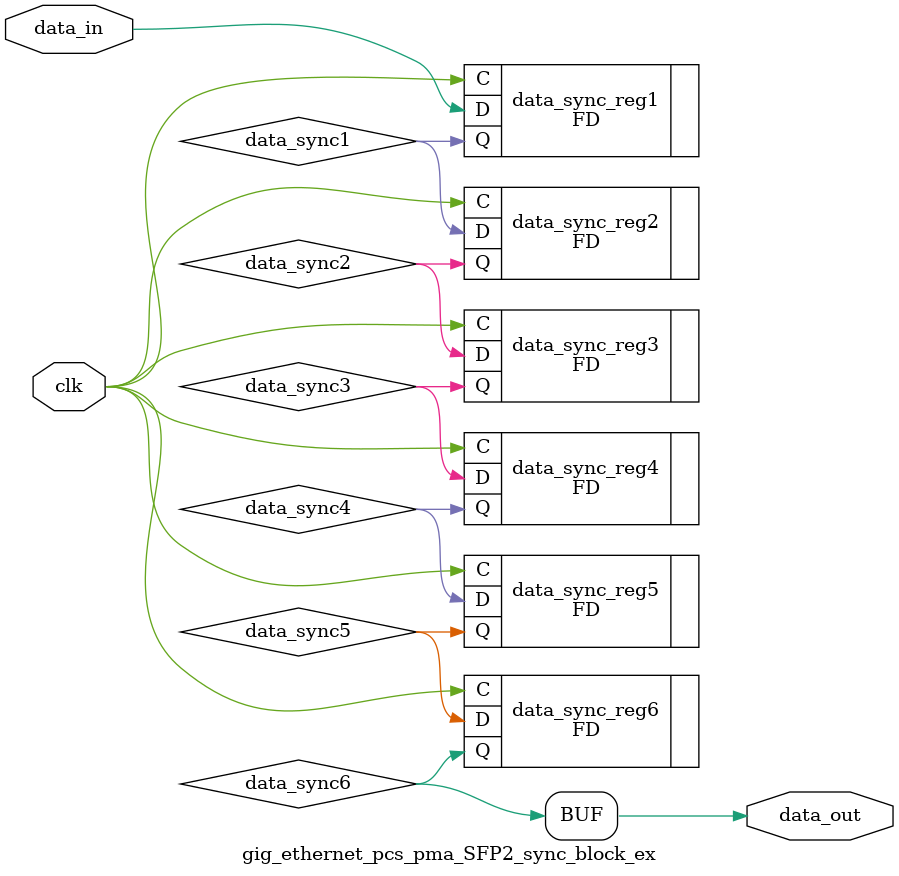
<source format=v>

`timescale 1ps / 1ps

module gig_ethernet_pcs_pma_SFP2_sync_block_ex #(
  parameter INITIALISE = 2'b00
)
(
  input        clk,              // clock to be sync'ed to
  input        data_in,          // Data to be 'synced'
  output       data_out          // synced data
);

  // Internal Signals
  wire data_sync1;
  wire data_sync2;
  wire data_sync3;
  wire data_sync4;
  wire data_sync5;
  wire data_sync6;


  (* shreg_extract = "no", ASYNC_REG = "TRUE" *)
  FD #(
    .INIT (INITIALISE[0])
  ) data_sync_reg1 (
    .C  (clk),
    .D  (data_in),
    .Q  (data_sync1)
  );


  (* shreg_extract = "no", ASYNC_REG = "TRUE" *)
  FD #(
   .INIT (INITIALISE[1])
  ) data_sync_reg2 (
  .C  (clk),
  .D  (data_sync1),
  .Q  (data_sync2)
  );


  (* shreg_extract = "no", ASYNC_REG = "TRUE" *)
  FD #(
   .INIT (INITIALISE[1])
  ) data_sync_reg3 (
  .C  (clk),
  .D  (data_sync2),
  .Q  (data_sync3)
  );

  (* shreg_extract = "no", ASYNC_REG = "TRUE" *)
  FD #(
   .INIT (INITIALISE[1])
  ) data_sync_reg4 (
  .C  (clk),
  .D  (data_sync3),
  .Q  (data_sync4)
  );

  (* shreg_extract = "no", ASYNC_REG = "TRUE" *)
  FD #(
   .INIT (INITIALISE[1])
  ) data_sync_reg5 (
  .C  (clk),
  .D  (data_sync4),
  .Q  (data_sync5)
  );

  (* shreg_extract = "no", ASYNC_REG = "TRUE" *)
  FD #(
   .INIT (INITIALISE[1])
  ) data_sync_reg6 (
  .C  (clk),
  .D  (data_sync5),
  .Q  (data_sync6)
  );
  assign data_out = data_sync6;


endmodule



</source>
